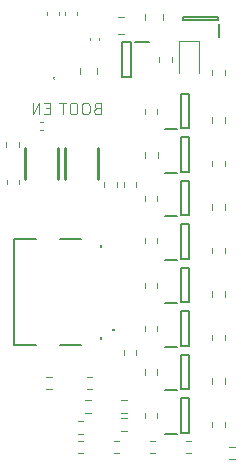
<source format=gbo>
%TF.GenerationSoftware,KiCad,Pcbnew,9.0.4*%
%TF.CreationDate,2025-10-19T20:36:54-04:00*%
%TF.ProjectId,the-spirit-board,7468652d-7370-4697-9269-742d626f6172,rev?*%
%TF.SameCoordinates,Original*%
%TF.FileFunction,Legend,Bot*%
%TF.FilePolarity,Positive*%
%FSLAX46Y46*%
G04 Gerber Fmt 4.6, Leading zero omitted, Abs format (unit mm)*
G04 Created by KiCad (PCBNEW 9.0.4) date 2025-10-19 20:36:54*
%MOMM*%
%LPD*%
G01*
G04 APERTURE LIST*
%ADD10C,0.100000*%
%ADD11C,0.120000*%
%ADD12C,0.200000*%
%ADD13C,0.250000*%
G04 APERTURE END LIST*
D10*
X148212782Y-112048609D02*
X148069925Y-112096228D01*
X148069925Y-112096228D02*
X148022306Y-112143847D01*
X148022306Y-112143847D02*
X147974687Y-112239085D01*
X147974687Y-112239085D02*
X147974687Y-112381942D01*
X147974687Y-112381942D02*
X148022306Y-112477180D01*
X148022306Y-112477180D02*
X148069925Y-112524800D01*
X148069925Y-112524800D02*
X148165163Y-112572419D01*
X148165163Y-112572419D02*
X148546115Y-112572419D01*
X148546115Y-112572419D02*
X148546115Y-111572419D01*
X148546115Y-111572419D02*
X148212782Y-111572419D01*
X148212782Y-111572419D02*
X148117544Y-111620038D01*
X148117544Y-111620038D02*
X148069925Y-111667657D01*
X148069925Y-111667657D02*
X148022306Y-111762895D01*
X148022306Y-111762895D02*
X148022306Y-111858133D01*
X148022306Y-111858133D02*
X148069925Y-111953371D01*
X148069925Y-111953371D02*
X148117544Y-112000990D01*
X148117544Y-112000990D02*
X148212782Y-112048609D01*
X148212782Y-112048609D02*
X148546115Y-112048609D01*
X147355639Y-111572419D02*
X147165163Y-111572419D01*
X147165163Y-111572419D02*
X147069925Y-111620038D01*
X147069925Y-111620038D02*
X146974687Y-111715276D01*
X146974687Y-111715276D02*
X146927068Y-111905752D01*
X146927068Y-111905752D02*
X146927068Y-112239085D01*
X146927068Y-112239085D02*
X146974687Y-112429561D01*
X146974687Y-112429561D02*
X147069925Y-112524800D01*
X147069925Y-112524800D02*
X147165163Y-112572419D01*
X147165163Y-112572419D02*
X147355639Y-112572419D01*
X147355639Y-112572419D02*
X147450877Y-112524800D01*
X147450877Y-112524800D02*
X147546115Y-112429561D01*
X147546115Y-112429561D02*
X147593734Y-112239085D01*
X147593734Y-112239085D02*
X147593734Y-111905752D01*
X147593734Y-111905752D02*
X147546115Y-111715276D01*
X147546115Y-111715276D02*
X147450877Y-111620038D01*
X147450877Y-111620038D02*
X147355639Y-111572419D01*
X146308020Y-111572419D02*
X146117544Y-111572419D01*
X146117544Y-111572419D02*
X146022306Y-111620038D01*
X146022306Y-111620038D02*
X145927068Y-111715276D01*
X145927068Y-111715276D02*
X145879449Y-111905752D01*
X145879449Y-111905752D02*
X145879449Y-112239085D01*
X145879449Y-112239085D02*
X145927068Y-112429561D01*
X145927068Y-112429561D02*
X146022306Y-112524800D01*
X146022306Y-112524800D02*
X146117544Y-112572419D01*
X146117544Y-112572419D02*
X146308020Y-112572419D01*
X146308020Y-112572419D02*
X146403258Y-112524800D01*
X146403258Y-112524800D02*
X146498496Y-112429561D01*
X146498496Y-112429561D02*
X146546115Y-112239085D01*
X146546115Y-112239085D02*
X146546115Y-111905752D01*
X146546115Y-111905752D02*
X146498496Y-111715276D01*
X146498496Y-111715276D02*
X146403258Y-111620038D01*
X146403258Y-111620038D02*
X146308020Y-111572419D01*
X145593734Y-111572419D02*
X145022306Y-111572419D01*
X145308020Y-112572419D02*
X145308020Y-111572419D01*
X144221115Y-112048609D02*
X143887782Y-112048609D01*
X143744925Y-112572419D02*
X144221115Y-112572419D01*
X144221115Y-112572419D02*
X144221115Y-111572419D01*
X144221115Y-111572419D02*
X143744925Y-111572419D01*
X143316353Y-112572419D02*
X143316353Y-111572419D01*
X143316353Y-111572419D02*
X142744925Y-112572419D01*
X142744925Y-112572419D02*
X142744925Y-111572419D01*
D11*
%TO.C,R16*%
X152302500Y-116262258D02*
X152302500Y-115787742D01*
X153347500Y-116262258D02*
X153347500Y-115787742D01*
%TO.C,C6*%
X150511252Y-104315000D02*
X149988748Y-104315000D01*
X150511252Y-105785000D02*
X149988748Y-105785000D01*
%TO.C,C5*%
X152290000Y-104088748D02*
X152290000Y-104611252D01*
X153760000Y-104088748D02*
X153760000Y-104611252D01*
%TO.C,C4*%
X146765000Y-108638748D02*
X146765000Y-109161252D01*
X148235000Y-108638748D02*
X148235000Y-109161252D01*
%TO.C,R3*%
X150257742Y-138288500D02*
X150732258Y-138288500D01*
X150257742Y-139333500D02*
X150732258Y-139333500D01*
%TO.C,R4*%
X152258500Y-138286258D02*
X152258500Y-137811742D01*
X153303500Y-138286258D02*
X153303500Y-137811742D01*
D12*
%TO.C,Q4*%
X153945000Y-117501000D02*
X154945000Y-117501000D01*
X155295000Y-114491000D02*
X155295000Y-117411000D01*
X155295000Y-117411000D02*
X155995000Y-117411000D01*
X155995000Y-114491000D02*
X155295000Y-114491000D01*
X155995000Y-117411000D02*
X155995000Y-114491000D01*
D11*
%TO.C,C1*%
X140587000Y-118159420D02*
X140587000Y-118440580D01*
X141607000Y-118159420D02*
X141607000Y-118440580D01*
%TO.C,R30*%
X144382258Y-134777500D02*
X143907742Y-134777500D01*
X144382258Y-135822500D02*
X143907742Y-135822500D01*
D12*
%TO.C,Q9*%
X155510000Y-104300000D02*
X155510000Y-104600000D01*
X155510000Y-104600000D02*
X158410000Y-104600000D01*
X158410000Y-104300000D02*
X155510000Y-104300000D01*
X158410000Y-104600000D02*
X158410000Y-104300000D01*
X158495000Y-106050000D02*
X158495000Y-104950000D01*
D11*
%TO.C,R1*%
X140539500Y-114887742D02*
X140539500Y-115362258D01*
X141584500Y-114887742D02*
X141584500Y-115362258D01*
%TO.C,R13*%
X155718742Y-140193500D02*
X156193258Y-140193500D01*
X155718742Y-141238500D02*
X156193258Y-141238500D01*
D12*
%TO.C,Q1*%
X153945000Y-139599000D02*
X154945000Y-139599000D01*
X155295000Y-136589000D02*
X155295000Y-139509000D01*
X155295000Y-139509000D02*
X155995000Y-139509000D01*
X155995000Y-136589000D02*
X155295000Y-136589000D01*
X155995000Y-139509000D02*
X155995000Y-136589000D01*
D11*
%TO.C,R10*%
X152271500Y-112571258D02*
X152271500Y-112096742D01*
X153316500Y-112571258D02*
X153316500Y-112096742D01*
D13*
%TO.C,S1*%
X142100000Y-115431000D02*
X142100000Y-118031000D01*
X144900000Y-115431000D02*
X144900000Y-118031000D01*
D11*
%TO.C,C7*%
X145490000Y-103859420D02*
X145490000Y-104140580D01*
X146510000Y-103859420D02*
X146510000Y-104140580D01*
%TO.C,R20*%
X152271500Y-127303258D02*
X152271500Y-126828742D01*
X153316500Y-127303258D02*
X153316500Y-126828742D01*
%TO.C,R28*%
X157973500Y-135365258D02*
X157973500Y-134890742D01*
X159018500Y-135365258D02*
X159018500Y-134890742D01*
D12*
%TO.C,J1*%
X141168000Y-123125000D02*
X143045000Y-123125000D01*
X141168000Y-132065000D02*
X141168000Y-123125000D01*
X143045000Y-132065000D02*
X141168000Y-132065000D01*
X145045000Y-123125000D02*
X146845000Y-123125000D01*
X146845000Y-132065000D02*
X145045000Y-132065000D01*
X148518000Y-131595000D02*
X148523000Y-131395000D01*
X148523000Y-123795000D02*
X148523000Y-123595000D01*
X149533000Y-130795000D02*
X149533000Y-130795000D01*
X149633000Y-130795000D02*
X149633000Y-130795000D01*
X149633000Y-130795000D02*
X149633000Y-130795000D01*
X149533000Y-130795000D02*
G75*
G02*
X149633000Y-130795000I50000J0D01*
G01*
X149633000Y-130795000D02*
G75*
G02*
X149533000Y-130795000I-50000J0D01*
G01*
X149633000Y-130795000D02*
G75*
G02*
X149533000Y-130795000I-50000J0D01*
G01*
%TO.C,Q8*%
X153945000Y-132233000D02*
X154945000Y-132233000D01*
X155295000Y-129223000D02*
X155295000Y-132143000D01*
X155295000Y-132143000D02*
X155995000Y-132143000D01*
X155995000Y-129223000D02*
X155295000Y-129223000D01*
X155995000Y-132143000D02*
X155995000Y-129223000D01*
D11*
%TO.C,R11*%
X157973500Y-113267258D02*
X157973500Y-112792742D01*
X159018500Y-113267258D02*
X159018500Y-112792742D01*
D12*
%TO.C,Q7*%
X153945000Y-135916000D02*
X154945000Y-135916000D01*
X155295000Y-132906000D02*
X155295000Y-135826000D01*
X155295000Y-135826000D02*
X155995000Y-135826000D01*
X155995000Y-132906000D02*
X155295000Y-132906000D01*
X155995000Y-135826000D02*
X155995000Y-132906000D01*
D11*
%TO.C,R6*%
X153145258Y-140193500D02*
X152670742Y-140193500D01*
X153145258Y-141238500D02*
X152670742Y-141238500D01*
%TO.C,R24*%
X150480500Y-118253742D02*
X150480500Y-118728258D01*
X151525500Y-118253742D02*
X151525500Y-118728258D01*
%TO.C,R9*%
X147684258Y-136764500D02*
X147209742Y-136764500D01*
X147684258Y-137809500D02*
X147209742Y-137809500D01*
%TO.C,R21*%
X157973500Y-127999258D02*
X157973500Y-127524742D01*
X159018500Y-127999258D02*
X159018500Y-127524742D01*
%TO.C,R26*%
X148829500Y-118253742D02*
X148829500Y-118728258D01*
X149874500Y-118253742D02*
X149874500Y-118728258D01*
%TO.C,R8*%
X150257742Y-136764500D02*
X150732258Y-136764500D01*
X150257742Y-137809500D02*
X150732258Y-137809500D01*
%TO.C,C8*%
X143990000Y-103859420D02*
X143990000Y-104140580D01*
X145010000Y-103859420D02*
X145010000Y-104140580D01*
%TO.C,R31*%
X152271500Y-130920258D02*
X152271500Y-130445742D01*
X153316500Y-130920258D02*
X153316500Y-130445742D01*
%TO.C,R23*%
X146574742Y-138542500D02*
X147049258Y-138542500D01*
X146574742Y-139587500D02*
X147049258Y-139587500D01*
%TO.C,R19*%
X157973500Y-124316258D02*
X157973500Y-123841742D01*
X159018500Y-124316258D02*
X159018500Y-123841742D01*
D12*
%TO.C,Q3*%
X153945000Y-121184000D02*
X154945000Y-121184000D01*
X155295000Y-118174000D02*
X155295000Y-121094000D01*
X155295000Y-121094000D02*
X155995000Y-121094000D01*
X155995000Y-118174000D02*
X155295000Y-118174000D01*
X155995000Y-121094000D02*
X155995000Y-118174000D01*
%TO.C,Q2*%
X153945000Y-113818000D02*
X154945000Y-113818000D01*
X155295000Y-110808000D02*
X155295000Y-113728000D01*
X155295000Y-113728000D02*
X155995000Y-113728000D01*
X155995000Y-110808000D02*
X155295000Y-110808000D01*
X155995000Y-113728000D02*
X155995000Y-110808000D01*
%TO.C,Q6*%
X153945000Y-128550000D02*
X154945000Y-128550000D01*
X155295000Y-125540000D02*
X155295000Y-128460000D01*
X155295000Y-128460000D02*
X155995000Y-128460000D01*
X155995000Y-125540000D02*
X155295000Y-125540000D01*
X155995000Y-128460000D02*
X155995000Y-125540000D01*
D11*
%TO.C,R17*%
X157973500Y-116950258D02*
X157973500Y-116475742D01*
X159018500Y-116950258D02*
X159018500Y-116475742D01*
%TO.C,R33*%
X157973500Y-109267258D02*
X157973500Y-108792742D01*
X159018500Y-109267258D02*
X159018500Y-108792742D01*
%TO.C,R22*%
X146574742Y-140193500D02*
X147049258Y-140193500D01*
X146574742Y-141238500D02*
X147049258Y-141238500D01*
%TO.C,R14*%
X152271500Y-119937258D02*
X152271500Y-119462742D01*
X153316500Y-119937258D02*
X153316500Y-119462742D01*
%TO.C,R15*%
X157973500Y-120633258D02*
X157973500Y-120158742D01*
X159018500Y-120633258D02*
X159018500Y-120158742D01*
%TO.C,R18*%
X152271500Y-123493258D02*
X152271500Y-123018742D01*
X153316500Y-123493258D02*
X153316500Y-123018742D01*
%TO.C,R27*%
X152271500Y-134603258D02*
X152271500Y-134128742D01*
X153316500Y-134603258D02*
X153316500Y-134128742D01*
D12*
%TO.C,IC2*%
X150347000Y-106417000D02*
X150347000Y-109417000D01*
X150347000Y-109417000D02*
X151097000Y-109417000D01*
X151097000Y-106417000D02*
X150347000Y-106417000D01*
X151097000Y-109417000D02*
X151097000Y-106417000D01*
X152597000Y-106417000D02*
X151447000Y-106417000D01*
D11*
%TO.C,R5*%
X157973500Y-139048258D02*
X157973500Y-138573742D01*
X159018500Y-139048258D02*
X159018500Y-138573742D01*
%TO.C,C3*%
X147624000Y-106279836D02*
X147624000Y-106064164D01*
X148344000Y-106279836D02*
X148344000Y-106064164D01*
D12*
%TO.C,Q5*%
X153945000Y-124867000D02*
X154945000Y-124867000D01*
X155295000Y-121857000D02*
X155295000Y-124777000D01*
X155295000Y-124777000D02*
X155995000Y-124777000D01*
X155995000Y-121857000D02*
X155295000Y-121857000D01*
X155995000Y-124777000D02*
X155995000Y-121857000D01*
D11*
%TO.C,C2*%
X143392164Y-113171000D02*
X143607836Y-113171000D01*
X143392164Y-113891000D02*
X143607836Y-113891000D01*
%TO.C,D1*%
X155150000Y-106390000D02*
X155150000Y-109050000D01*
X155150000Y-106390000D02*
X156850000Y-106390000D01*
X156850000Y-106390000D02*
X156850000Y-109050000D01*
D13*
%TO.C,S2*%
X145501000Y-115431000D02*
X145501000Y-118031000D01*
X148301000Y-115431000D02*
X148301000Y-118031000D01*
D11*
%TO.C,R29*%
X147811258Y-134777500D02*
X147336742Y-134777500D01*
X147811258Y-135822500D02*
X147336742Y-135822500D01*
%TO.C,R2*%
X153477500Y-107679742D02*
X153477500Y-108154258D01*
X154522500Y-107679742D02*
X154522500Y-108154258D01*
%TO.C,R12*%
X159876258Y-140701500D02*
X159401742Y-140701500D01*
X159876258Y-141746500D02*
X159401742Y-141746500D01*
D10*
%TO.C,IC3*%
X144555000Y-109434000D02*
X144555000Y-109434000D01*
X144555000Y-109534000D02*
X144555000Y-109534000D01*
X144555000Y-109434000D02*
G75*
G02*
X144555000Y-109534000I0J-50000D01*
G01*
X144555000Y-109534000D02*
G75*
G02*
X144555000Y-109434000I0J50000D01*
G01*
D11*
%TO.C,R32*%
X157973500Y-131682258D02*
X157973500Y-131207742D01*
X159018500Y-131682258D02*
X159018500Y-131207742D01*
%TO.C,R25*%
X150480500Y-132952258D02*
X150480500Y-132477742D01*
X151525500Y-132952258D02*
X151525500Y-132477742D01*
%TO.C,R7*%
X149622742Y-140193500D02*
X150097258Y-140193500D01*
X149622742Y-141238500D02*
X150097258Y-141238500D01*
%TD*%
M02*

</source>
